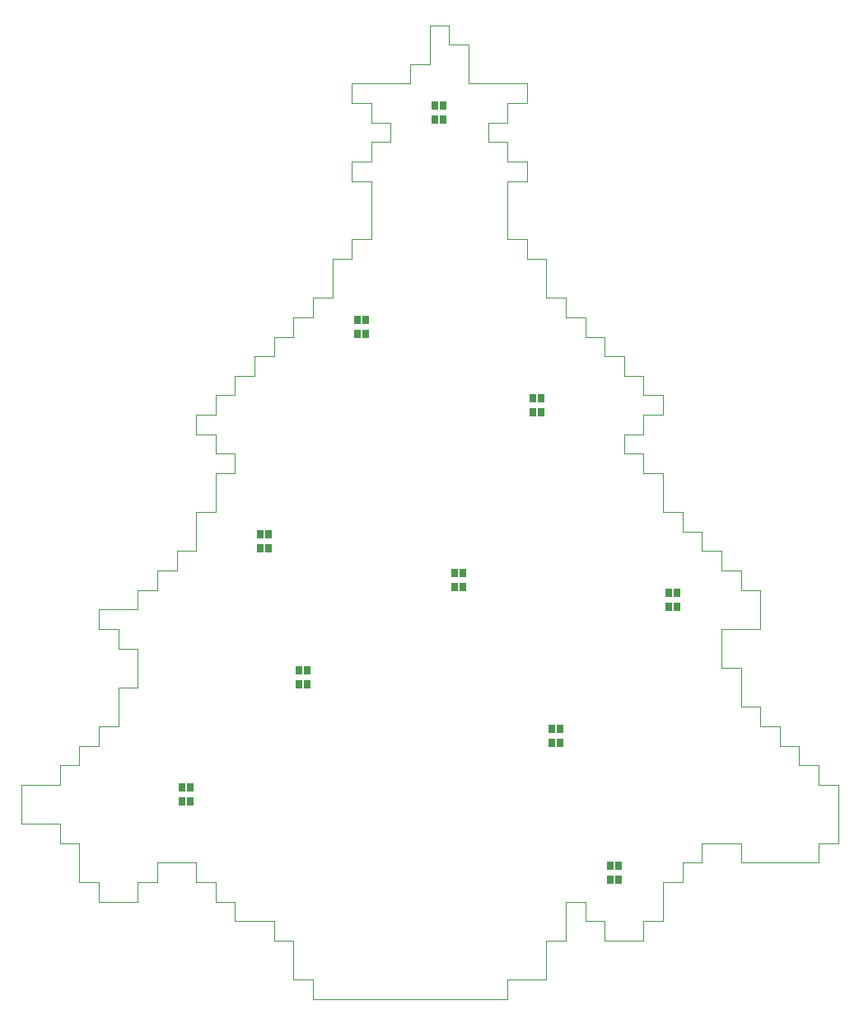
<source format=gbp>
G04 Layer_Color=128*
%FSLAX24Y24*%
%MOIN*%
G70*
G01*
G75*
%ADD42C,0.0049*%
%ADD44R,0.0256X0.0335*%
D42*
X-21260Y0D02*
Y787D01*
X-22047D02*
X-21260D01*
X-22047D02*
Y2362D01*
X-22835D02*
X-22047D01*
X-22835D02*
Y3150D01*
X-24409D02*
X-22835D01*
X-24409D02*
Y3937D01*
X-25197D02*
X-24409D01*
X-25197D02*
Y4724D01*
X-25984D02*
X-25197D01*
X-25984D02*
Y5512D01*
X-27559D02*
X-25984D01*
X-27559Y4724D02*
Y5512D01*
X-28346Y4724D02*
X-27559D01*
X-28346Y3937D02*
Y4724D01*
X-29921Y3937D02*
X-28346D01*
X-29921D02*
Y4724D01*
X-30709D02*
X-29921D01*
X-30709D02*
Y6299D01*
X-31496D02*
X-30709D01*
X-31496D02*
Y7087D01*
X-33071D02*
X-31496D01*
X-33071D02*
Y8661D01*
X-31496D01*
Y9449D01*
X-30709D01*
Y10236D01*
X-29921D01*
Y11024D01*
X-29134D01*
Y12598D01*
X-28346D01*
Y14173D01*
X-29134D02*
X-28346D01*
X-29134D02*
Y14961D01*
X-29921D02*
X-29134D01*
X-29921D02*
Y15748D01*
X-28346D01*
Y16535D01*
X-27559D01*
Y17323D01*
X-26772D01*
Y18110D01*
X-25984D01*
Y19685D01*
X-25197D01*
Y21260D01*
X-24409D01*
Y22047D01*
X-25197D02*
X-24409D01*
X-25197D02*
Y22835D01*
X-25984D02*
X-25197D01*
X-25984D02*
Y23622D01*
X-25197D01*
Y24409D01*
X-24409D01*
Y25197D01*
X-23622D01*
Y25984D01*
X-22835D01*
Y26772D01*
X-22047D01*
Y27559D01*
X-21260D01*
Y28346D01*
X-20472D01*
Y29921D01*
X-19685D01*
Y30709D01*
X-18898D01*
Y33071D01*
X-19685D02*
X-18898D01*
X-19685D02*
Y33858D01*
X-18898D01*
Y34646D01*
X-18110D01*
Y35433D01*
X-18898D02*
X-18110D01*
X-18898D02*
Y36220D01*
X-19685D02*
X-18898D01*
X-19685D02*
Y37008D01*
X-17323D01*
Y37795D01*
X-16535D01*
Y39370D01*
X-15748D01*
Y38583D02*
Y39370D01*
Y38583D02*
X-14961D01*
Y37008D02*
Y38583D01*
Y37008D02*
X-12598D01*
Y36220D02*
Y37008D01*
X-13386Y36220D02*
X-12598D01*
X-13386Y35433D02*
Y36220D01*
X-14173Y35433D02*
X-13386D01*
X-14173Y34646D02*
Y35433D01*
Y34646D02*
X-13386D01*
Y33858D02*
Y34646D01*
Y33858D02*
X-12598D01*
Y33071D02*
Y33858D01*
X-13386Y33071D02*
X-12598D01*
X-13386Y32283D02*
Y33071D01*
Y30709D02*
Y32283D01*
Y30709D02*
X-12598D01*
Y29921D02*
Y30709D01*
Y29921D02*
X-11811D01*
Y28346D02*
Y29921D01*
Y28346D02*
X-11024D01*
Y27559D02*
Y28346D01*
Y27559D02*
X-10236D01*
Y26772D02*
Y27559D01*
Y26772D02*
X-9449D01*
Y25984D02*
Y26772D01*
Y25984D02*
X-8661D01*
Y25197D02*
Y25984D01*
Y25197D02*
X-7874D01*
Y24409D02*
Y25197D01*
Y24409D02*
X-7087D01*
Y23622D02*
Y24409D01*
X-7874Y23622D02*
X-7087D01*
X-7874Y22835D02*
Y23622D01*
X-8661Y22835D02*
X-7874D01*
X-8661Y22047D02*
Y22835D01*
Y22047D02*
X-7874D01*
Y21260D02*
Y22047D01*
Y21260D02*
X-7087D01*
Y19685D02*
Y21260D01*
Y19685D02*
X-6299D01*
Y18898D02*
Y19685D01*
Y18898D02*
X-5512D01*
Y18110D02*
Y18898D01*
Y18110D02*
X-4724D01*
Y17323D02*
Y18110D01*
Y17323D02*
X-3937D01*
Y16535D02*
Y17323D01*
Y16535D02*
X-3150D01*
Y14961D02*
Y16535D01*
X-4724Y14961D02*
X-3150D01*
X-4724Y13386D02*
Y14961D01*
Y13386D02*
X-3937D01*
Y11811D02*
Y13386D01*
Y11811D02*
X-3150D01*
Y11024D02*
Y11811D01*
Y11024D02*
X-2362D01*
Y10236D02*
Y11024D01*
Y10236D02*
X-1575D01*
Y9449D02*
Y10236D01*
Y9449D02*
X-787D01*
Y8661D02*
Y9449D01*
Y8661D02*
X0D01*
Y6299D02*
Y8661D01*
X-787Y6299D02*
X0D01*
X-787Y5512D02*
Y6299D01*
X-3937Y5512D02*
X-787D01*
X-3937D02*
Y6299D01*
X-5512D02*
X-3937D01*
X-5512Y5512D02*
Y6299D01*
X-6299Y5512D02*
X-5512D01*
X-6299Y4724D02*
Y5512D01*
X-7087Y4724D02*
X-6299D01*
X-7087Y3150D02*
Y4724D01*
X-7874Y3150D02*
X-7087D01*
X-7874Y2362D02*
Y3150D01*
X-9449Y2362D02*
X-7874D01*
X-9449D02*
Y3150D01*
X-10236D02*
X-9449D01*
X-10236D02*
Y3937D01*
X-11024D02*
X-10236D01*
X-11024Y2362D02*
Y3937D01*
X-11811Y2362D02*
X-11024D01*
X-11811Y787D02*
Y2362D01*
X-13386Y787D02*
X-11811D01*
X-13386Y0D02*
Y787D01*
X-21260Y0D02*
X-13386D01*
D44*
X-6860Y16427D02*
D03*
X-6526D02*
D03*
Y15856D02*
D03*
X-6860D02*
D03*
X-23061Y18218D02*
D03*
X-23396D02*
D03*
Y18789D02*
D03*
X-23061D02*
D03*
X-15522Y17215D02*
D03*
X-15187D02*
D03*
Y16644D02*
D03*
X-15522D02*
D03*
X-21486Y12707D02*
D03*
X-21821D02*
D03*
Y13278D02*
D03*
X-21486D02*
D03*
X-12372Y24301D02*
D03*
X-12037D02*
D03*
Y23730D02*
D03*
X-12372D02*
D03*
X-26211Y7982D02*
D03*
X-26545D02*
D03*
Y8553D02*
D03*
X-26211D02*
D03*
X-19459Y27451D02*
D03*
X-19124D02*
D03*
Y26880D02*
D03*
X-19459D02*
D03*
X-11250Y10344D02*
D03*
X-11585D02*
D03*
Y10915D02*
D03*
X-11250D02*
D03*
X-16309Y36112D02*
D03*
X-15974D02*
D03*
Y35541D02*
D03*
X-16309D02*
D03*
X-8888Y4833D02*
D03*
X-9222D02*
D03*
Y5404D02*
D03*
X-8888D02*
D03*
M02*

</source>
